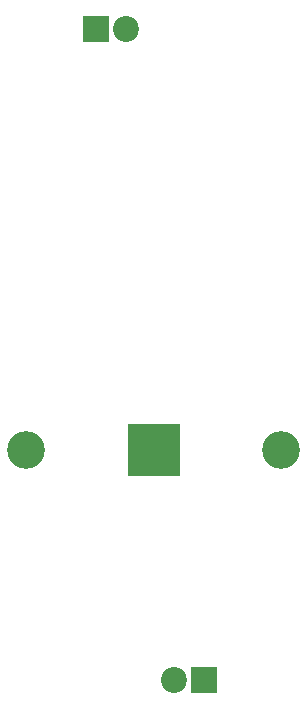
<source format=gbr>
G04 #@! TF.FileFunction,Soldermask,Bot*
%FSLAX46Y46*%
G04 Gerber Fmt 4.6, Leading zero omitted, Abs format (unit mm)*
G04 Created by KiCad (PCBNEW 4.0.7-e2-6376~58~ubuntu16.04.1) date Wed Nov 29 21:12:47 2017*
%MOMM*%
%LPD*%
G01*
G04 APERTURE LIST*
%ADD10C,0.100000*%
%ADD11R,4.400000X4.400000*%
%ADD12C,3.200000*%
%ADD13C,2.200000*%
%ADD14R,2.200000X2.200000*%
G04 APERTURE END LIST*
D10*
D11*
X123850400Y-103606600D03*
D12*
X113050400Y-103606600D03*
X134650400Y-103606600D03*
D13*
X121462800Y-67995800D03*
D14*
X118922800Y-67995800D03*
D13*
X125552200Y-123088400D03*
D14*
X128092200Y-123088400D03*
M02*

</source>
